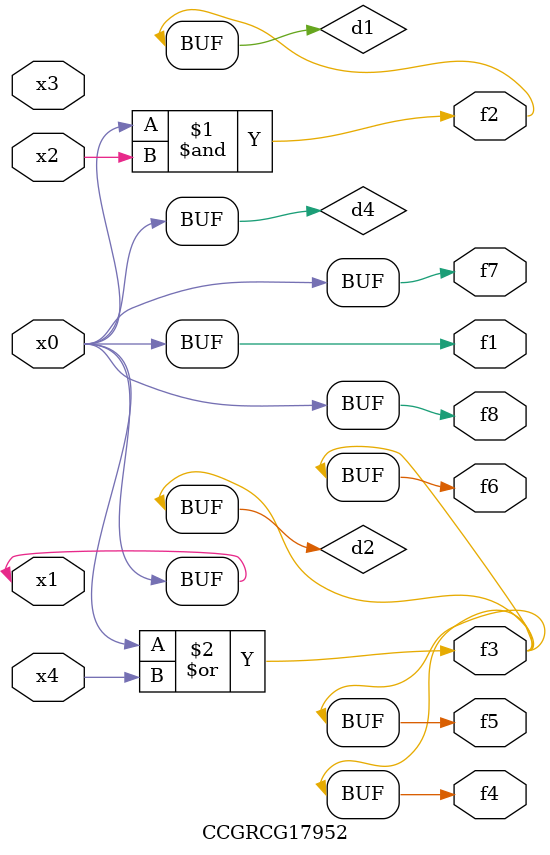
<source format=v>
module CCGRCG17952(
	input x0, x1, x2, x3, x4,
	output f1, f2, f3, f4, f5, f6, f7, f8
);

	wire d1, d2, d3, d4;

	and (d1, x0, x2);
	or (d2, x0, x4);
	nand (d3, x0, x2);
	buf (d4, x0, x1);
	assign f1 = d4;
	assign f2 = d1;
	assign f3 = d2;
	assign f4 = d2;
	assign f5 = d2;
	assign f6 = d2;
	assign f7 = d4;
	assign f8 = d4;
endmodule

</source>
